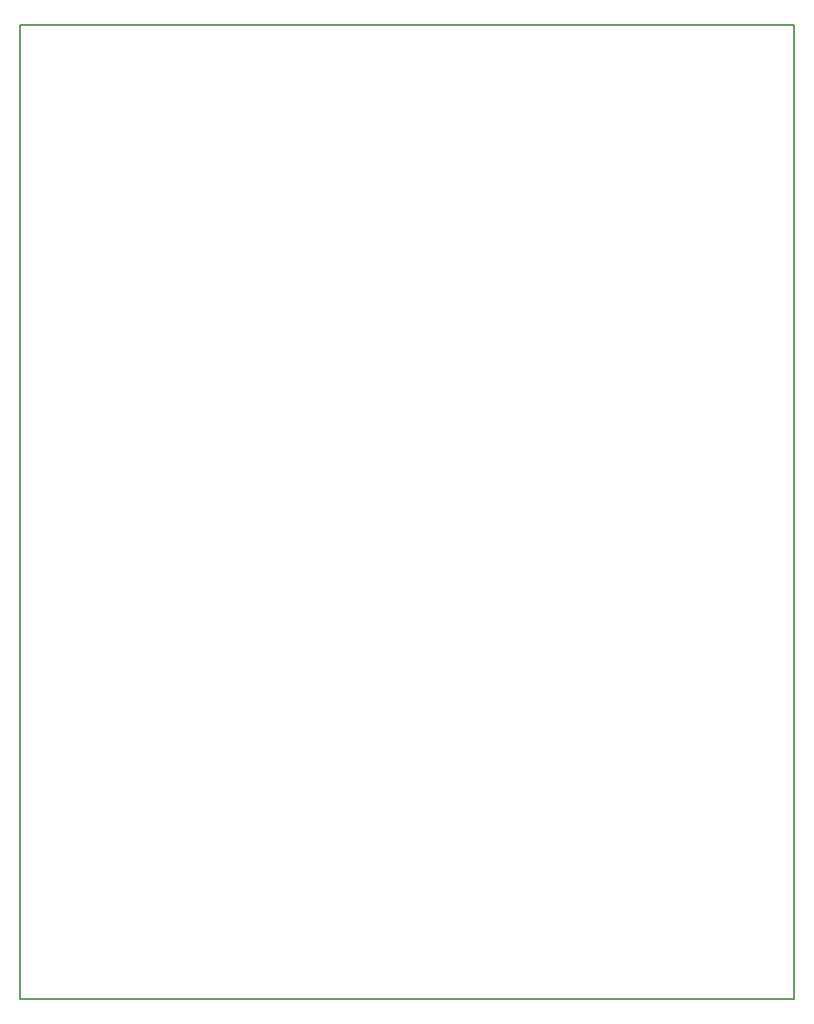
<source format=gko>
G04 #@! TF.FileFunction,Profile,NP*
%FSLAX46Y46*%
G04 Gerber Fmt 4.6, Leading zero omitted, Abs format (unit mm)*
G04 Created by KiCad (PCBNEW 4.0.2-4+6225~38~ubuntu14.04.1-stable) date mån 18 apr 2016 22:23:25*
%MOMM*%
G01*
G04 APERTURE LIST*
%ADD10C,0.100000*%
%ADD11C,0.150000*%
G04 APERTURE END LIST*
D10*
D11*
X116840000Y-163830000D02*
X195580000Y-163830000D01*
X195580000Y-64770000D02*
X116840000Y-64770000D01*
X116840000Y-64770000D02*
X116840000Y-163830000D01*
X195580000Y-64770000D02*
X195580000Y-163830000D01*
M02*

</source>
